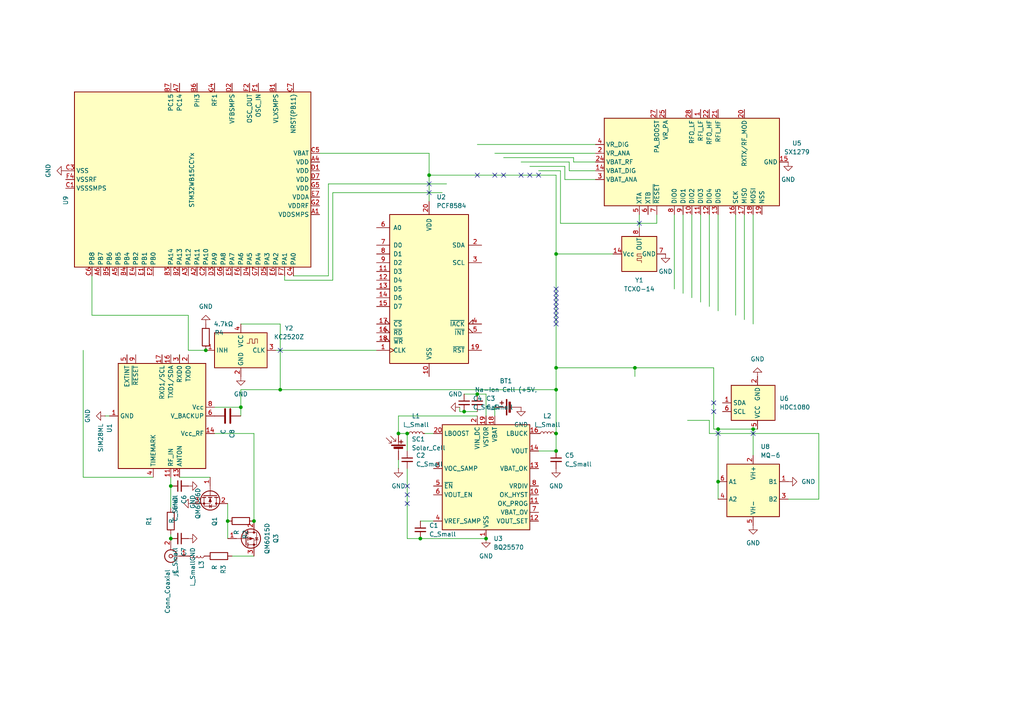
<source format=kicad_sch>
(kicad_sch (version 20250114) (generator "eeschema") (generator_version "9.0")
  (paper "A4")
  (lib_symbols
    (symbol "Battery_Management:BQ25570"
      (property "Reference" "U" (at -12.7 16.51 0))
      (property "Value" "BQ25570" (at 10.16 16.51 0))
      (symbol "BQ25570_0_1"
        (rectangle (start -12.7 15.24) (end 12.7 -15.24) (stroke (width 0.254)) (fill (type background)))
      )
      (symbol "BQ25570_1_1"
        (pin passive line (at -15.24 12.7 0) (length 2.54) (name "LBOOST") (number "20"))
        (pin input line (at -15.24 2.54 0) (length 2.54) (name "VOC_SAMP") (number "3"))
        (pin input line (at -15.24 -2.54 0) (length 2.54) (name "~{EN}") (number "5"))
        (pin input line (at -15.24 -5.08 0) (length 2.54) (name "VOUT_EN") (number "6"))
        (pin passive line (at -15.24 -12.7 0) (length 2.54) (name "VREF_SAMP") (number "4"))
        (pin power_in line (at -2.54 17.78 270) (length 2.54) (name "VIN_DC") (number "2"))
        (pin power_out line (at 0 17.78 270) (length 2.54) (name "VSTOR") (number "19"))
        (pin power_in line (at 0 -17.78 90) (length 2.54) (name "VSS") (number "1"))
        (pin passive line (at 0 -17.78 90) (length 2.54) (hide yes) (name "VSS") (number "15"))
        (pin passive line (at 0 -17.78 90) (length 2.54) (hide yes) (name "VSS") (number "17"))
        (pin passive line (at 0 -17.78 90) (length 2.54) (hide yes) (name "VSS") (number "21"))
        (pin passive line (at 0 -17.78 90) (length 2.54) (hide yes) (name "VSS") (number "9"))
        (pin power_in line (at 2.54 17.78 270) (length 2.54) (name "VBAT") (number "18"))
        (pin passive line (at 15.24 12.7 180) (length 2.54) (name "LBUCK") (number "16"))
        (pin input line (at 15.24 7.62 180) (length 2.54) (name "VOUT") (number "14"))
        (pin output line (at 15.24 2.54 180) (length 2.54) (name "VBAT_OK") (number "13"))
        (pin output line (at 15.24 -2.54 180) (length 2.54) (name "VRDIV") (number "8"))
        (pin input line (at 15.24 -5.08 180) (length 2.54) (name "OK_HYST") (number "10"))
        (pin input line (at 15.24 -7.62 180) (length 2.54) (name "OK_PROG") (number "11"))
        (pin input line (at 15.24 -10.16 180) (length 2.54) (name "VBAT_OV") (number "7"))
        (pin input line (at 15.24 -12.7 180) (length 2.54) (name "VOUT_SET") (number "12"))
      )
    )
    (symbol "Connector:Conn_Coaxial" (pin_names (offset 1.016) (hide yes))
      (property "Reference" "J" (at 0.254 3.048 0))
      (property "Value" "Conn_Coaxial" (at 2.921 0 90))
      (symbol "Conn_Coaxial_0_1"
        (polyline (pts (xy -2.54 0) (xy -0.508 0)))
        (arc (start 1.778 0) (mid 0.222 -1.8079) (end -1.778 -0.508) (stroke (width 0.254)))
        (arc (start -1.778 0.508) (mid 0.2221 1.8084) (end 1.778 0) (stroke (width 0.254)))
        (circle (center 0 0) (radius 0.508) (stroke (width 0.2032)))
        (polyline (pts (xy 0 -2.54) (xy 0 -1.778)))
      )
      (symbol "Conn_Coaxial_1_1"
        (pin passive line (at -5.08 0 0) (length 2.54) (name "In") (number "1"))
        (pin passive line (at 0 -5.08 90) (length 2.54) (name "Ext") (number "2"))
      )
    )
    (symbol "Device:Battery_Cell" (pin_numbers (hide yes)) (pin_names (offset 0) (hide yes))
      (property "Reference" "BT" (at 2.54 2.54 0))
      (property "Value" "Battery_Cell" (at 2.54 0 0))
      (symbol "Battery_Cell_0_1"
        (rectangle (start -2.286 1.778) (end 2.286 1.524) (fill (type outline)))
        (rectangle (start -1.524 1.016) (end 1.524 0.508) (fill (type outline)))
        (polyline (pts (xy 0 1.778) (xy 0 2.54)))
        (polyline (pts (xy 0 0.762) (xy 0 0)))
        (polyline (pts (xy 0.762 3.048) (xy 1.778 3.048)) (stroke (width 0.254)))
        (polyline (pts (xy 1.27 3.556) (xy 1.27 2.54)) (stroke (width 0.254)))
      )
      (symbol "Battery_Cell_1_1"
        (pin passive line (at 0 5.08 270) (length 2.54) (name "+") (number "1"))
        (pin passive line (at 0 -2.54 90) (length 2.54) (name "-") (number "2"))
      )
    )
    (symbol "Device:C" (pin_numbers (hide yes)) (pin_names (offset 0.254))
      (property "Reference" "C" (at 0.635 2.54 0))
      (property "Value" "C" (at 0.635 -2.54 0))
      (symbol "C_0_1"
        (polyline (pts (xy -2.032 0.762) (xy 2.032 0.762)) (stroke (width 0.508)))
        (polyline (pts (xy -2.032 -0.762) (xy 2.032 -0.762)) (stroke (width 0.508)))
      )
      (symbol "C_1_1"
        (pin passive line (at 0 3.81 270) (length 2.794) (name "~") (number "1"))
        (pin passive line (at 0 -3.81 90) (length 2.794) (name "~") (number "2"))
      )
    )
    (symbol "Device:C_Small" (pin_numbers (hide yes)) (pin_names (offset 0.254) (hide yes))
      (property "Reference" "C" (at 0.254 1.778 0))
      (property "Value" "C_Small" (at 0.254 -2.032 0))
      (symbol "C_Small_0_1"
        (polyline (pts (xy -1.524 0.508) (xy 1.524 0.508)) (stroke (width 0.3048)))
        (polyline (pts (xy -1.524 -0.508) (xy 1.524 -0.508)) (stroke (width 0.3302)))
      )
      (symbol "C_Small_1_1"
        (pin passive line (at 0 2.54 270) (length 2.032) (name "~") (number "1"))
        (pin passive line (at 0 -2.54 90) (length 2.032) (name "~") (number "2"))
      )
    )
    (symbol "Device:L_Small" (pin_numbers (hide yes)) (pin_names (offset 0.254) (hide yes))
      (property "Reference" "L" (at 0.762 1.016 0))
      (property "Value" "L_Small" (at 0.762 -1.016 0))
      (symbol "L_Small_0_1"
        (arc (start 0 2.032) (mid 0.5058 1.524) (end 0 1.016))
        (arc (start 0 1.016) (mid 0.5058 0.508) (end 0 0))
        (arc (start 0 0) (mid 0.5058 -0.508) (end 0 -1.016))
        (arc (start 0 -1.016) (mid 0.5058 -1.524) (end 0 -2.032))
      )
      (symbol "L_Small_1_1"
        (pin passive line (at 0 2.54 270) (length 0.508) (name "~") (number "1"))
        (pin passive line (at 0 -2.54 90) (length 0.508) (name "~") (number "2"))
      )
    )
    (symbol "Device:R" (pin_numbers (hide yes)) (pin_names (offset 0))
      (property "Reference" "R" (at 2.032 0 90))
      (property "Value" "R" (at 0 0 90))
      (symbol "R_0_1"
        (rectangle (start -1.016 -2.54) (end 1.016 2.54) (stroke (width 0.254)))
      )
      (symbol "R_1_1"
        (pin passive line (at 0 3.81 270) (length 1.27) (name "~") (number "1"))
        (pin passive line (at 0 -3.81 90) (length 1.27) (name "~") (number "2"))
      )
    )
    (symbol "Device:Solar_Cell" (pin_numbers (hide yes)) (pin_names (offset 0) (hide yes))
      (property "Reference" "SC" (at 2.54 2.54 0))
      (property "Value" "Solar_Cell" (at 2.54 0 0))
      (symbol "Solar_Cell_0_1"
        (polyline (pts (xy -2.032 3.048) (xy -2.032 2.286) (xy -2.794 2.286)))
        (polyline (pts (xy -2.032 2.286) (xy -3.556 3.81)))
        (rectangle (start -2.032 1.778) (end 2.032 1.524) (fill (type outline)))
        (rectangle (start -1.3208 1.1938) (end 1.27 0.6858) (fill (type outline)))
        (polyline (pts (xy -0.762 3.556) (xy -0.762 2.794) (xy -1.524 2.794)))
        (polyline (pts (xy -0.762 2.794) (xy -2.286 4.318)))
        (polyline (pts (xy 0 1.778) (xy 0 2.54)))
        (polyline (pts (xy 0 0.762) (xy 0 0)))
        (polyline (pts (xy 0.254 2.667) (xy 1.27 2.667)) (stroke (width 0.254)))
        (polyline (pts (xy 0.762 3.175) (xy 0.762 2.159)) (stroke (width 0.254)))
      )
      (symbol "Solar_Cell_1_1"
        (pin passive line (at 0 5.08 270) (length 2.54) (name "+") (number "1"))
        (pin passive line (at 0 -2.54 90) (length 2.54) (name "-") (number "2"))
      )
    )
    (symbol "Interface_Expansion:PCF8584" (pin_names (offset 1.016))
      (property "Reference" "U" (at -11.43 22.86 0))
      (property "Value" "PCF8584" (at 3.81 22.86 0))
      (symbol "PCF8584_0_1"
        (rectangle (start -11.43 -21.59) (end 11.43 21.59) (stroke (width 0.254)) (fill (type background)))
      )
      (symbol "PCF8584_1_1"
        (pin input line (at -15.24 17.78 0) (length 3.81) (name "A0") (number "6"))
        (pin tri_state line (at -15.24 12.7 0) (length 3.81) (name "D0") (number "7"))
        (pin tri_state line (at -15.24 10.16 0) (length 3.81) (name "D1") (number "8"))
        (pin tri_state line (at -15.24 7.62 0) (length 3.81) (name "D2") (number "9"))
        (pin tri_state line (at -15.24 5.08 0) (length 3.81) (name "D3") (number "11"))
        (pin tri_state line (at -15.24 2.54 0) (length 3.81) (name "D4") (number "12"))
        (pin tri_state line (at -15.24 0 0) (length 3.81) (name "D5") (number "13"))
        (pin tri_state line (at -15.24 -2.54 0) (length 3.81) (name "D6") (number "14"))
        (pin tri_state line (at -15.24 -5.08 0) (length 3.81) (name "D7") (number "15"))
        (pin input input_low (at -15.24 -10.16 0) (length 3.81) (name "~{CS}") (number "17"))
        (pin passive input_low (at -15.24 -12.7 0) (length 3.81) (name "~{RD}") (number "16"))
        (pin input input_low (at -15.24 -15.24 0) (length 3.81) (name "~{WR}") (number "18"))
        (pin input clock (at -15.24 -17.78 0) (length 3.81) (name "CLK") (number "1"))
        (pin power_in line (at 0 25.4 270) (length 3.81) (name "VDD") (number "20"))
        (pin power_in line (at 0 -25.4 90) (length 3.81) (name "VSS") (number "10"))
        (pin bidirectional line (at 15.24 12.7 180) (length 3.81) (name "SDA") (number "2"))
        (pin bidirectional line (at 15.24 7.62 180) (length 3.81) (name "SCL") (number "3"))
        (pin input input_low (at 15.24 -10.16 180) (length 3.81) (name "~{IACK}") (number "4"))
        (pin output output_low (at 15.24 -12.7 180) (length 3.81) (name "~{INT}") (number "5"))
        (pin bidirectional line (at 15.24 -17.78 180) (length 3.81) (name "~{RST}") (number "19"))
      )
    )
    (symbol "MCU_ST_STM32WB:STM32WB15CCYx"
      (property "Reference" "U" (at -25.4 36.83 0))
      (property "Value" "STM32WB15CCYx" (at 12.7 36.83 0))
      (symbol "STM32WB15CCYx_0_1"
        (rectangle (start -25.4 -33.02) (end 25.4 35.56) (stroke (width 0.254)) (fill (type background)))
      )
      (symbol "STM32WB15CCYx_1_1"
        (pin input line (at -27.94 30.48 0) (length 2.54) (name "NRST(PB11)") (number "C7"))
        (pin power_in line (at -27.94 25.4 0) (length 2.54) (name "VLXSMPS") (number "B1"))
        (pin input line (at -27.94 20.32 0) (length 2.54) (name "OSC_IN") (number "F1"))
        (pin input line (at -27.94 17.78 0) (length 2.54) (name "OSC_OUT") (number "F2"))
        (pin input line (at -27.94 12.7 0) (length 2.54) (name "VFBSMPS") (number "D2"))
        (pin bidirectional line (at -27.94 7.62 0) (length 2.54) (name "RF1") (number "G4"))
        (pin bidirectional line (at -27.94 2.54 0) (length 2.54) (name "PH3") (number "B6"))
        (pin bidirectional line (at -27.94 -2.54 0) (length 2.54) (name "PC14") (number "A7"))
        (pin bidirectional line (at -27.94 -5.08 0) (length 2.54) (name "PC15") (number "B7"))
        (pin no_connect line (at -25.4 -30.48 0) (length 2.54) (hide yes) (name "AT1") (number "F3"))
        (pin no_connect line (at -25.4 -33.02 0) (length 2.54) (hide yes) (name "AT0") (number "E3"))
        (pin power_in line (at -7.62 38.1 270) (length 2.54) (name "VBAT") (number "C5"))
        (pin power_in line (at -5.08 38.1 270) (length 2.54) (name "VDD") (number "A4"))
        (pin power_in line (at -2.54 38.1 270) (length 2.54) (name "VDD") (number "D1"))
        (pin power_in line (at -2.54 -35.56 90) (length 2.54) (name "VSS") (number "C3"))
        (pin passive line (at -2.54 -35.56 90) (length 2.54) (hide yes) (name "VSS") (number "D6"))
        (pin passive line (at -2.54 -35.56 90) (length 2.54) (hide yes) (name "VSS") (number "F5"))
        (pin power_in line (at 0 38.1 270) (length 2.54) (name "VDD") (number "D7"))
        (pin power_in line (at 0 -35.56 90) (length 2.54) (name "VSSRF") (number "F4"))
        (pin passive line (at 0 -35.56 90) (length 2.54) (hide yes) (name "VSSRF") (number "G1"))
        (pin passive line (at 0 -35.56 90) (length 2.54) (hide yes) (name "VSSRF") (number "G3"))
        (pin power_in line (at 2.54 38.1 270) (length 2.54) (name "VDD") (number "G5"))
        (pin power_in line (at 2.54 -35.56 90) (length 2.54) (name "VSSSMPS") (number "C1"))
        (pin power_in line (at 5.08 38.1 270) (length 2.54) (name "VDDA") (number "E7"))
        (pin power_in line (at 7.62 38.1 270) (length 2.54) (name "VDDRF") (number "G2"))
        (pin power_in line (at 10.16 38.1 270) (length 2.54) (name "VDDSMPS") (number "A1"))
        (pin bidirectional line (at 27.94 30.48 180) (length 2.54) (name "PA0") (number "C4"))
        (pin bidirectional line (at 27.94 27.94 180) (length 2.54) (name "PA1") (number "F7"))
        (pin bidirectional line (at 27.94 25.4 180) (length 2.54) (name "PA2") (number "E6"))
        (pin bidirectional line (at 27.94 22.86 180) (length 2.54) (name "PA3") (number "D5"))
        (pin bidirectional line (at 27.94 20.32 180) (length 2.54) (name "PA4") (number "G7"))
        (pin bidirectional line (at 27.94 17.78 180) (length 2.54) (name "PA5") (number "D4"))
        (pin bidirectional line (at 27.94 15.24 180) (length 2.54) (name "PA6") (number "F6"))
        (pin bidirectional line (at 27.94 12.7 180) (length 2.54) (name "PA7") (number "E5"))
        (pin bidirectional line (at 27.94 10.16 180) (length 2.54) (name "PA8") (number "G6"))
        (pin bidirectional line (at 27.94 7.62 180) (length 2.54) (name "PA9") (number "D3"))
        (pin bidirectional line (at 27.94 5.08 180) (length 2.54) (name "PA10") (number "C2"))
        (pin bidirectional line (at 27.94 2.54 180) (length 2.54) (name "PA11") (number "A2"))
        (pin bidirectional line (at 27.94 0 180) (length 2.54) (name "PA12") (number "A3"))
        (pin bidirectional line (at 27.94 -2.54 180) (length 2.54) (name "PA13") (number "B2"))
        (pin bidirectional line (at 27.94 -5.08 180) (length 2.54) (name "PA14") (number "B3"))
        (pin bidirectional line (at 27.94 -10.16 180) (length 2.54) (name "PB0") (number "E2"))
        (pin bidirectional line (at 27.94 -12.7 180) (length 2.54) (name "PB1") (number "E1"))
        (pin bidirectional line (at 27.94 -15.24 180) (length 2.54) (name "PB2") (number "E4"))
        (pin bidirectional line (at 27.94 -17.78 180) (length 2.54) (name "PB4") (number "B4"))
        (pin bidirectional line (at 27.94 -20.32 180) (length 2.54) (name "PB5") (number "A5"))
        (pin bidirectional line (at 27.94 -22.86 180) (length 2.54) (name "PB6") (number "B5"))
        (pin bidirectional line (at 27.94 -25.4 180) (length 2.54) (name "PB7") (number "A6"))
        (pin bidirectional line (at 27.94 -27.94 180) (length 2.54) (name "PB8") (number "C6"))
      )
    )
    (symbol "Oscillator:KC2520Z"
      (property "Reference" "Y" (at 2.54 12.7 0))
      (property "Value" "KC2520Z" (at 6.35 10.16 0))
      (symbol "KC2520Z_0_1"
        (rectangle (start -7.62 5.08) (end 7.62 -5.08) (stroke (width 0.254)) (fill (type background)))
      )
      (symbol "KC2520Z_1_1"
        (polyline (pts (xy 1.778 2.032) (xy 2.54 2.032) (xy 2.54 3.302) (xy 3.302 3.302) (xy 3.302 2.032) (xy 4.064 2.032) (xy 4.064 3.302) (xy 4.826 3.302) (xy 4.826 2.032)))
        (pin input line (at -10.16 0 0) (length 2.54) (name "INH") (number "1"))
        (pin power_in line (at 0 7.62 270) (length 2.54) (name "VCC") (number "4"))
        (pin power_in line (at 0 -7.62 90) (length 2.54) (name "GND") (number "2"))
        (pin output line (at 10.16 0 180) (length 2.54) (name "CLK") (number "3"))
      )
    )
    (symbol "Oscillator:TCXO-14" (pin_names (offset 0.254))
      (property "Reference" "Y" (at -5.08 6.35 0))
      (property "Value" "TCXO-14" (at 1.27 -6.35 0))
      (symbol "TCXO-14_0_1"
        (rectangle (start -5.08 5.08) (end 5.08 -5.08) (stroke (width 0.254)) (fill (type background)))
        (polyline (pts (xy -2.54 -0.635) (xy -1.905 -0.635) (xy -1.905 0.635) (xy -1.27 0.635) (xy -1.27 -0.635) (xy -0.635 -0.635) (xy -0.635 0.635) (xy 0 0.635) (xy 0 -0.635)))
      )
      (symbol "TCXO-14_1_1"
        (pin no_connect line (at -5.08 2.54 0) (length 2.54) (hide yes) (name "NC") (number "1"))
        (pin power_in line (at 0 7.62 270) (length 2.54) (name "Vcc") (number "14"))
        (pin power_in line (at 0 -7.62 90) (length 2.54) (name "GND") (number "7"))
        (pin output line (at 7.62 0 180) (length 2.54) (name "OUT") (number "8"))
      )
    )
    (symbol "RF:SX1279"
      (property "Reference" "U" (at 13.97 24.13 0))
      (property "Value" "SX1279" (at 13.97 21.59 0))
      (symbol "SX1279_0_1"
        (rectangle (start -12.7 25.4) (end 12.7 -25.4) (stroke (width 0.254)) (fill (type background)))
      )
      (symbol "SX1279_1_1"
        (pin bidirectional line (at -15.24 15.24 0) (length 2.54) (name "XTA") (number "5"))
        (pin bidirectional line (at -15.24 12.7 0) (length 2.54) (name "XTB") (number "6"))
        (pin input line (at -15.24 10.16 0) (length 2.54) (name "~{RESET}") (number "7"))
        (pin bidirectional line (at -15.24 5.08 0) (length 2.54) (name "DIO0") (number "8"))
        (pin bidirectional line (at -15.24 2.54 0) (length 2.54) (name "DIO1") (number "9"))
        (pin bidirectional line (at -15.24 0 0) (length 2.54) (name "DIO2") (number "10"))
        (pin bidirectional line (at -15.24 -2.54 0) (length 2.54) (name "DIO3") (number "11"))
        (pin bidirectional line (at -15.24 -5.08 0) (length 2.54) (name "DIO4") (number "12"))
        (pin bidirectional line (at -15.24 -7.62 0) (length 2.54) (name "DIO5") (number "13"))
        (pin input line (at -15.24 -12.7 0) (length 2.54) (name "SCK") (number "16"))
        (pin output line (at -15.24 -15.24 0) (length 2.54) (name "MISO") (number "17"))
        (pin input line (at -15.24 -17.78 0) (length 2.54) (name "MOSI") (number "18"))
        (pin input line (at -15.24 -20.32 0) (length 2.54) (name "NSS") (number "19"))
        (pin power_in line (at -5.08 27.94 270) (length 2.54) (name "VBAT_ANA") (number "3"))
        (pin power_in line (at -2.54 27.94 270) (length 2.54) (name "VBAT_DIG") (number "14"))
        (pin power_in line (at 0 27.94 270) (length 2.54) (name "VBAT_RF") (number "24"))
        (pin power_in line (at 0 -27.94 90) (length 2.54) (name "GND") (number "15"))
        (pin passive line (at 0 -27.94 90) (length 2.54) (hide yes) (name "GND") (number "23"))
        (pin passive line (at 0 -27.94 90) (length 2.54) (hide yes) (name "GND") (number "26"))
        (pin passive line (at 0 -27.94 90) (length 2.54) (hide yes) (name "GND") (number "29"))
        (pin power_in line (at 2.54 27.94 270) (length 2.54) (name "VR_ANA") (number "2"))
        (pin power_in line (at 5.08 27.94 270) (length 2.54) (name "VR_DIG") (number "4"))
        (pin power_out line (at 15.24 10.16 180) (length 2.54) (name "PA_BOOST") (number "27"))
        (pin power_out line (at 15.24 7.62 180) (length 2.54) (name "VR_PA") (number "25"))
        (pin output line (at 15.24 0 180) (length 2.54) (name "RFO_LF") (number "28"))
        (pin input line (at 15.24 -2.54 180) (length 2.54) (name "RFI_LF") (number "1"))
        (pin output line (at 15.24 -5.08 180) (length 2.54) (name "RFO_HF") (number "22"))
        (pin input line (at 15.24 -7.62 180) (length 2.54) (name "RFI_HF") (number "21"))
        (pin output line (at 15.24 -15.24 180) (length 2.54) (name "RXTX/RF_MOD") (number "20"))
      )
    )
    (symbol "RF_GPS:SIM28ML"
      (property "Reference" "U" (at -13.97 13.97 0))
      (property "Value" "SIM28ML" (at 11.43 13.97 0))
      (symbol "SIM28ML_0_1"
        (rectangle (start -15.24 12.7) (end 15.24 -12.7) (stroke (width 0.254)) (fill (type background)))
      )
      (symbol "SIM28ML_1_1"
        (pin output line (at -17.78 7.62 0) (length 2.54) (name "TXD0") (number "2"))
        (pin input line (at -17.78 5.08 0) (length 2.54) (name "RXD0") (number "3"))
        (pin bidirectional line (at -17.78 2.54 0) (length 2.54) (name "TXD1/SDA") (number "16"))
        (pin input line (at -17.78 0 0) (length 2.54) (name "RXD1/SCL") (number "17"))
        (pin input line (at -17.78 -7.62 0) (length 2.54) (name "~{RESET}") (number "9"))
        (pin input line (at -17.78 -10.16 0) (length 2.54) (name "EXTINT") (number "5"))
        (pin power_in line (at -2.54 15.24 270) (length 2.54) (name "Vcc") (number "8"))
        (pin power_in line (at 0 15.24 270) (length 2.54) (name "V_BACKUP") (number "6"))
        (pin power_in line (at 0 -15.24 90) (length 2.54) (name "GND") (number "1"))
        (pin passive line (at 0 -15.24 90) (length 2.54) (hide yes) (name "GND") (number "10"))
        (pin passive line (at 0 -15.24 90) (length 2.54) (hide yes) (name "GND") (number "12"))
        (pin power_out line (at 5.08 15.24 270) (length 2.54) (name "Vcc_RF") (number "14"))
        (pin no_connect line (at 15.24 -5.08 180) (length 2.54) (hide yes) (name "NC") (number "7"))
        (pin no_connect line (at 15.24 -7.62 180) (length 2.54) (hide yes) (name "NC") (number "15"))
        (pin no_connect line (at 15.24 -10.16 180) (length 2.54) (hide yes) (name "NC") (number "18"))
        (pin power_out line (at 17.78 5.08 180) (length 2.54) (name "ANTON") (number "13"))
        (pin input line (at 17.78 2.54 180) (length 2.54) (name "RF_IN") (number "11"))
        (pin output line (at 17.78 -2.54 180) (length 2.54) (name "TIMEMARK") (number "4"))
      )
    )
    (symbol "Sensor_Gas:MQ-6"
      (property "Reference" "U" (at -6.35 8.89 0))
      (property "Value" "MQ-6" (at 3.81 8.89 0))
      (symbol "MQ-6_0_1"
        (rectangle (start -7.62 7.62) (end 7.62 -7.62) (stroke (width 0.254)) (fill (type background)))
      )
      (symbol "MQ-6_1_1"
        (pin passive line (at -10.16 2.54 0) (length 2.54) (name "A1") (number "6"))
        (pin passive line (at -10.16 -2.54 0) (length 2.54) (name "A2") (number "4"))
        (pin power_in line (at 0 10.16 270) (length 2.54) (name "VH+") (number "2"))
        (pin power_in line (at 0 -10.16 90) (length 2.54) (name "VH-") (number "5"))
        (pin passive line (at 10.16 2.54 180) (length 2.54) (name "B1") (number "1"))
        (pin passive line (at 10.16 -2.54 180) (length 2.54) (name "B2") (number "3"))
      )
    )
    (symbol "Sensor_Humidity:HDC1080"
      (property "Reference" "U" (at -6.35 6.35 0))
      (property "Value" "HDC1080" (at 3.81 6.35 0))
      (symbol "HDC1080_0_1"
        (rectangle (start -7.62 5.08) (end 5.08 -5.08) (stroke (width 0.254)) (fill (type background)))
      )
      (symbol "HDC1080_1_1"
        (pin no_connect line (at -7.62 2.54 0) (length 2.54) (hide yes) (name "DAP") (number "7"))
        (pin no_connect line (at -7.62 0 0) (length 2.54) (hide yes) (name "NC") (number "3"))
        (pin no_connect line (at -7.62 -2.54 0) (length 2.54) (hide yes) (name "NC") (number "4"))
        (pin power_in line (at -2.54 7.62 270) (length 2.54) (name "VCC") (number "5"))
        (pin power_in line (at -2.54 -7.62 90) (length 2.54) (name "GND") (number "2"))
        (pin input line (at 7.62 2.54 180) (length 2.54) (name "SCL") (number "6"))
        (pin bidirectional line (at 7.62 0 180) (length 2.54) (name "SDA") (number "1"))
      )
    )
    (symbol "Transistor_FET:QM6006D" (pin_names (hide yes))
      (property "Reference" "Q" (at 5.08 1.905 0))
      (property "Value" "QM6006D" (at 5.08 0 0))
      (symbol "QM6006D_0_1"
        (polyline (pts (xy 0.254 1.905) (xy 0.254 -1.905)) (stroke (width 0.254)))
        (polyline (pts (xy 0.254 0) (xy -2.54 0)))
        (polyline (pts (xy 0.762 2.286) (xy 0.762 1.27)) (stroke (width 0.254)))
        (polyline (pts (xy 0.762 0.508) (xy 0.762 -0.508)) (stroke (width 0.254)))
        (polyline (pts (xy 0.762 -1.27) (xy 0.762 -2.286)) (stroke (width 0.254)))
        (polyline (pts (xy 0.762 -1.778) (xy 3.302 -1.778) (xy 3.302 1.778) (xy 0.762 1.778)))
        (polyline (pts (xy 1.016 0) (xy 2.032 0.381) (xy 2.032 -0.381) (xy 1.016 0)) (fill (type outline)))
        (circle (center 1.651 0) (radius 2.794) (stroke (width 0.254)))
        (polyline (pts (xy 2.54 2.54) (xy 2.54 1.778)))
        (circle (center 2.54 1.778) (radius 0.254) (fill (type outline)))
        (circle (center 2.54 -1.778) (radius 0.254) (fill (type outline)))
        (polyline (pts (xy 2.54 -2.54) (xy 2.54 0) (xy 0.762 0)))
        (polyline (pts (xy 2.794 0.508) (xy 2.921 0.381) (xy 3.683 0.381) (xy 3.81 0.254)))
        (polyline (pts (xy 3.302 0.381) (xy 2.921 -0.254) (xy 3.683 -0.254) (xy 3.302 0.381)))
      )
      (symbol "QM6006D_1_1"
        (pin input line (at -5.08 0 0) (length 2.54) (name "G") (number "1"))
        (pin passive line (at 2.54 5.08 270) (length 2.54) (name "D") (number "2"))
        (pin passive line (at 2.54 -5.08 90) (length 2.54) (name "S") (number "3"))
      )
    )
    (symbol "Transistor_FET:QM6015D" (pin_names (hide yes))
      (property "Reference" "Q" (at 5.08 1.905 0))
      (property "Value" "QM6015D" (at 5.08 0 0))
      (symbol "QM6015D_0_1"
        (polyline (pts (xy 0.254 1.905) (xy 0.254 -1.905)) (stroke (width 0.254)))
        (polyline (pts (xy 0.254 0) (xy -2.54 0)))
        (polyline (pts (xy 0.762 2.286) (xy 0.762 1.27)) (stroke (width 0.254)))
        (polyline (pts (xy 0.762 1.778) (xy 3.302 1.778) (xy 3.302 -1.778) (xy 0.762 -1.778)))
        (polyline (pts (xy 0.762 0.508) (xy 0.762 -0.508)) (stroke (width 0.254)))
        (polyline (pts (xy 0.762 -1.27) (xy 0.762 -2.286)) (stroke (width 0.254)))
        (circle (center 1.651 0) (radius 2.794) (stroke (width 0.254)))
        (polyline (pts (xy 2.286 0) (xy 1.27 0.381) (xy 1.27 -0.381) (xy 2.286 0)) (fill (type outline)))
        (polyline (pts (xy 2.54 2.54) (xy 2.54 1.778)))
        (circle (center 2.54 1.778) (radius 0.254) (fill (type outline)))
        (circle (center 2.54 -1.778) (radius 0.254) (fill (type outline)))
        (polyline (pts (xy 2.54 -2.54) (xy 2.54 0) (xy 0.762 0)))
        (polyline (pts (xy 2.794 -0.508) (xy 2.921 -0.381) (xy 3.683 -0.381) (xy 3.81 -0.254)))
        (polyline (pts (xy 3.302 -0.381) (xy 2.921 0.254) (xy 3.683 0.254) (xy 3.302 -0.381)))
      )
      (symbol "QM6015D_1_1"
        (pin passive line (at -5.08 0 0) (length 2.54) (name "G") (number "1"))
        (pin passive line (at 2.54 5.08 270) (length 2.54) (name "D") (number "2"))
        (pin passive line (at 2.54 -5.08 90) (length 2.54) (name "S") (number "3"))
      )
    )
    (symbol "power:GND" (power) (pin_numbers (hide yes)) (pin_names (offset 0) (hide yes))
      (property "Value" "GND" (at 0 -3.81 0))
      (symbol "GND_0_1"
        (polyline (pts (xy 0 0) (xy 0 -1.27) (xy 1.27 -1.27) (xy 0 -2.54) (xy -1.27 -1.27) (xy 0 -1.27)))
      )
      (symbol "GND_1_1"
        (pin power_in line (at 0 0 270) (length 0) (name "~") (number "1"))
      )
    )
  )
  (junction (at 161.29 113.03))
  (junction (at 59.69 101.6))
  (junction (at 81.28 113.03))
  (junction (at 115.57 125.73))
  (junction (at 49.53 156.21))
  (junction (at 208.28 139.7))
  (junction (at 73.66 151.13))
  (junction (at 134.62 119.38))
  (junction (at 66.04 151.13))
  (junction (at 208.28 124.46))
  (junction (at 124.46 50.8))
  (junction (at 218.44 124.46))
  (junction (at 121.92 156.21))
  (junction (at 161.29 125.73))
  (junction (at 161.29 106.68))
  (junction (at 161.29 73.66))
  (junction (at 69.85 118.11))
  (junction (at 184.15 106.68))
  (junction (at 118.11 125.73))
  (junction (at 161.29 130.81))
  (junction (at 49.53 140.97))
  (junction (at 140.97 156.21))
  (junction (at 138.43 114.3))
  (no_connect (at 118.11 140.97))
  (no_connect (at 151.13 50.8))
  (no_connect (at 161.29 90.17))
  (no_connect (at 161.29 92.71))
  (no_connect (at 207.01 116.84))
  (no_connect (at 207.01 119.38))
  (no_connect (at 118.11 146.05))
  (no_connect (at 81.28 101.6))
  (no_connect (at 161.29 83.82))
  (no_connect (at 138.43 50.8))
  (no_connect (at 161.29 91.44))
  (no_connect (at 124.46 55.88))
  (no_connect (at 161.29 93.98))
  (no_connect (at 156.21 50.8))
  (no_connect (at 161.29 86.36))
  (no_connect (at 185.42 64.77))
  (no_connect (at 118.11 143.51))
  (no_connect (at 161.29 85.09))
  (no_connect (at 161.29 87.63))
  (no_connect (at 143.51 50.8))
  (no_connect (at 153.67 50.8))
  (no_connect (at 124.46 53.34))
  (no_connect (at 146.05 50.8))
  (no_connect (at 208.28 125.73))
  (no_connect (at 161.29 88.9))
  (no_connect (at 218.44 125.73))
  (wire (pts (xy 82.55 81.28) (xy 82.55 80.01)))
  (wire (pts (xy 124.46 44.45) (xy 92.71 44.45)))
  (wire (pts (xy 66.04 151.13) (xy 66.04 156.21)))
  (wire (pts (xy 161.29 73.66) (xy 161.29 106.68)))
  (wire (pts (xy 156.21 49.53) (xy 162.56 49.53)))
  (wire (pts (xy 138.43 41.91) (xy 172.72 41.91)))
  (wire (pts (xy 165.1 46.99) (xy 165.1 49.53)))
  (wire (pts (xy 208.28 90.17) (xy 208.28 62.23)))
  (wire (pts (xy 49.53 138.43) (xy 49.53 140.97)))
  (wire (pts (xy 24.13 138.43) (xy 24.13 101.6)))
  (wire (pts (xy 208.28 124.46) (xy 207.01 124.46)))
  (wire (pts (xy 190.5 64.77) (xy 190.5 62.23)))
  (wire (pts (xy 69.85 113.03) (xy 81.28 113.03)))
  (wire (pts (xy 205.74 88.9) (xy 205.74 62.23)))
  (wire (pts (xy 121.92 156.21) (xy 140.97 156.21)))
  (wire (pts (xy 115.57 125.73) (xy 115.57 120.65)))
  (wire (pts (xy 118.11 135.89) (xy 118.11 156.21)))
  (wire (pts (xy 96.52 81.28) (xy 82.55 81.28)))
  (wire (pts (xy 200.66 86.36) (xy 200.66 62.23)))
  (wire (pts (xy 115.57 125.73) (xy 118.11 125.73)))
  (wire (pts (xy 60.96 138.43) (xy 52.07 138.43)))
  (wire (pts (xy 161.29 50.8) (xy 161.29 73.66)))
  (wire (pts (xy 184.15 106.68) (xy 207.01 106.68)))
  (wire (pts (xy 162.56 64.77) (xy 190.5 64.77)))
  (wire (pts (xy 62.23 125.73) (xy 73.66 125.73)))
  (wire (pts (xy 215.9 92.71) (xy 215.9 62.23)))
  (wire (pts (xy 49.53 104.14) (xy 49.53 102.87)))
  (wire (pts (xy 128.27 55.88) (xy 96.52 55.88)))
  (wire (pts (xy 80.01 101.6) (xy 109.22 101.6)))
  (wire (pts (xy 143.51 118.11) (xy 143.51 120.65)))
  (wire (pts (xy 118.11 125.73) (xy 118.11 130.81)))
  (wire (pts (xy 134.62 114.3) (xy 138.43 114.3)))
  (wire (pts (xy 161.29 130.81) (xy 161.29 125.73)))
  (wire (pts (xy 205.74 125.73) (xy 205.74 121.92)))
  (wire (pts (xy 161.29 106.68) (xy 184.15 106.68)))
  (wire (pts (xy 133.35 119.38) (xy 134.62 119.38)))
  (wire (pts (xy 134.62 119.38) (xy 138.43 119.38)))
  (wire (pts (xy 69.85 118.11) (xy 69.85 113.03)))
  (wire (pts (xy 161.29 113.03) (xy 161.29 125.73)))
  (wire (pts (xy 237.49 144.78) (xy 237.49 125.73)))
  (wire (pts (xy 213.36 91.44) (xy 213.36 62.23)))
  (wire (pts (xy 73.66 125.73) (xy 73.66 151.13)))
  (wire (pts (xy 52.07 104.14) (xy 52.07 102.87)))
  (wire (pts (xy 31.75 120.65) (xy 30.48 120.65)))
  (wire (pts (xy 218.44 124.46) (xy 218.44 132.08)))
  (wire (pts (xy 143.51 44.45) (xy 172.72 44.45)))
  (wire (pts (xy 228.6 144.78) (xy 237.49 144.78)))
  (wire (pts (xy 66.04 146.05) (xy 66.04 151.13)))
  (wire (pts (xy 153.67 48.26) (xy 163.83 48.26)))
  (wire (pts (xy 166.37 45.72) (xy 166.37 46.99)))
  (wire (pts (xy 49.53 154.94) (xy 49.53 156.21)))
  (wire (pts (xy 138.43 114.3) (xy 140.97 114.3)))
  (wire (pts (xy 124.46 58.42) (xy 124.46 50.8)))
  (wire (pts (xy 156.21 130.81) (xy 161.29 130.81)))
  (wire (pts (xy 115.57 120.65) (xy 138.43 120.65)))
  (wire (pts (xy 69.85 118.11) (xy 69.85 120.65)))
  (wire (pts (xy 26.67 91.44) (xy 54.61 91.44)))
  (wire (pts (xy 118.11 156.21) (xy 121.92 156.21)))
  (wire (pts (xy 184.15 109.22) (xy 184.15 106.68)))
  (wire (pts (xy 129.54 53.34) (xy 95.25 53.34)))
  (wire (pts (xy 165.1 49.53) (xy 172.72 49.53)))
  (wire (pts (xy 185.42 66.04) (xy 185.42 62.23)))
  (wire (pts (xy 95.25 53.34) (xy 95.25 80.01)))
  (wire (pts (xy 121.92 151.13) (xy 125.73 151.13)))
  (wire (pts (xy 205.74 121.92) (xy 199.39 121.92)))
  (wire (pts (xy 95.25 80.01) (xy 85.09 80.01)))
  (wire (pts (xy 163.83 48.26) (xy 163.83 52.07)))
  (wire (pts (xy 161.29 106.68) (xy 161.29 113.03)))
  (wire (pts (xy 195.58 83.82) (xy 195.58 62.23)))
  (wire (pts (xy 133.35 118.11) (xy 133.35 119.38)))
  (wire (pts (xy 162.56 49.53) (xy 162.56 64.77)))
  (wire (pts (xy 26.67 91.44) (xy 26.67 80.01)))
  (wire (pts (xy 49.53 140.97) (xy 49.53 147.32)))
  (wire (pts (xy 54.61 101.6) (xy 59.69 101.6)))
  (wire (pts (xy 69.85 118.11) (xy 62.23 118.11)))
  (wire (pts (xy 146.05 45.72) (xy 166.37 45.72)))
  (wire (pts (xy 208.28 124.46) (xy 208.28 139.7)))
  (wire (pts (xy 81.28 93.98) (xy 81.28 113.03)))
  (wire (pts (xy 69.85 93.98) (xy 81.28 93.98)))
  (wire (pts (xy 219.71 124.46) (xy 218.44 124.46)))
  (wire (pts (xy 166.37 46.99) (xy 172.72 46.99)))
  (wire (pts (xy 218.44 124.46) (xy 208.28 124.46)))
  (wire (pts (xy 161.29 73.66) (xy 177.8 73.66)))
  (wire (pts (xy 96.52 55.88) (xy 96.52 81.28)))
  (wire (pts (xy 44.45 138.43) (xy 24.13 138.43)))
  (wire (pts (xy 198.12 85.09) (xy 198.12 62.23)))
  (wire (pts (xy 73.66 161.29) (xy 67.31 161.29)))
  (wire (pts (xy 54.61 91.44) (xy 54.61 101.6)))
  (wire (pts (xy 151.13 46.99) (xy 165.1 46.99)))
  (wire (pts (xy 203.2 87.63) (xy 203.2 62.23)))
  (wire (pts (xy 140.97 114.3) (xy 140.97 120.65)))
  (wire (pts (xy 81.28 113.03) (xy 161.29 113.03)))
  (wire (pts (xy 124.46 50.8) (xy 161.29 50.8)))
  (wire (pts (xy 115.57 133.35) (xy 115.57 135.89)))
  (wire (pts (xy 218.44 93.98) (xy 218.44 62.23)))
  (wire (pts (xy 207.01 106.68) (xy 207.01 124.46)))
  (wire (pts (xy 124.46 44.45) (xy 124.46 50.8)))
  (wire (pts (xy 163.83 52.07) (xy 172.72 52.07)))
  (wire (pts (xy 237.49 125.73) (xy 205.74 125.73)))
  (wire (pts (xy 208.28 139.7) (xy 208.28 144.78)))
  (wire (pts (xy 123.19 125.73) (xy 125.73 125.73)))
  (symbol (lib_id "RF_GPS:SIM28ML") (at 46.99 120.65 270) (unit 1)
    (property "Reference" "U1" (at 31.75 122.7933 0) (effects (justify left)))
    (property "Value" "SIM28ML" (at 29.21 122.7933 0) (effects (justify left)))
    (property "Footprint" "RF_GPS:SIM28ML" (effects (hide yes)))
    (property "Datasheet" "https://simcom.ee/documents/SIM28ML/SIM28ML_Hardware%20Design_V1.01.pdf" (effects (hide yes)))
    (property "Description" "Standalone GPS/A-GPS receiver module, built-in LNA, -165dBm sensitivity, 2.8-4.3V, SMD" (effects (hide yes)))
  )
  (symbol (lib_id "power:GND") (at 140.97 156.21 0) (unit 1)
    (property "Reference" "#PWR04" (effects (hide yes)))
    (property "Value" "GND" (at 140.97 161.29 0))
    (property "Description" "Power symbol creates a global label with name \"GND\" , ground" (effects (hide yes)))
  )
  (symbol (lib_id "RF:SX1279") (at 200.66 46.99 90) (unit 1)
    (property "Reference" "U5" (at 231.14 41.5446 90))
    (property "Value" "SX1279" (at 231.14 44.0846 90))
    (property "Footprint" "Package_DFN_QFN:QFN-28-1EP_6x6mm_P0.65mm_EP4.8x4.8mm" (effects (hide yes)))
    (property "Datasheet" "https://semtech.my.salesforce.com/sfc/p/#E0000000JelG/a/2R0000001Rbr/6EfVZUorrpoKFfvaF_Fkpgp5kzjiNyiAbqcpqh9qSjE" (effects (hide yes)))
    (property "Description" "137 MHz to 960 MHz Low Power Long Range Transceiver, spreading factor from 6 to 12, LoRA, QFN-28" (effects (hide yes)))
  )
  (symbol (lib_id "Device:C") (at 66.04 120.65 270) (unit 1)
    (property "Reference" "C8" (at 67.3101 124.46 0) (effects (justify left)))
    (property "Value" "C" (at 64.7701 124.46 0) (effects (justify left)))
    (property "Description" "Unpolarized capacitor" (effects (hide yes)))
  )
  (symbol (lib_id "Connector:Conn_Coaxial") (at 49.53 161.29 180) (unit 1)
    (property "Reference" "J1" (at 51.1176 165.1 90) (effects (justify left)))
    (property "Value" "Conn_Coaxial" (at 48.5776 165.1 90) (effects (justify left)))
    (property "Footprint" "Connector_Coaxial:U.FL_Molex_MCRF_73412-0110_Vertical" (effects (hide yes)))
    (property "Description" "coaxial connector (BNC, SMA, SMB, SMC, Cinch/RCA, LEMO, ...)" (effects (hide yes)))
  )
  (symbol (lib_id "Device:L_Small") (at 57.15 161.29 270) (unit 1)
    (property "Reference" "L3" (at 58.4201 162.56 0) (effects (justify left)))
    (property "Value" "L_Small" (at 55.8801 162.56 0) (effects (justify left)))
    (property "Description" "Inductor, small symbol" (effects (hide yes)))
  )
  (symbol (lib_id "Device:R") (at 63.5 161.29 90) (unit 1)
    (property "Reference" "R3" (at 64.7701 163.83 0) (effects (justify right)))
    (property "Value" "R" (at 62.2301 163.83 0) (effects (justify right)))
    (property "Description" "Resistor" (effects (hide yes)))
  )
  (symbol (lib_id "power:GND") (at 69.85 109.22 0) (unit 1)
    (property "Reference" "#PWR015" (effects (hide yes)))
    (property "Value" "GND" (at 69.85 114.3 0))
    (property "Description" "Power symbol creates a global label with name \"GND\" , ground" (effects (hide yes)))
  )
  (symbol (lib_id "Sensor_Humidity:HDC1080") (at 217.17 116.84 180) (unit 1)
    (property "Reference" "U6" (at 226.06 115.5699 0) (effects (justify right)))
    (property "Value" "HDC1080" (at 226.06 118.1099 0) (effects (justify right)))
    (property "Footprint" "Package_SON:Texas_PWSON-N6" (effects (hide yes)))
    (property "Datasheet" "http://www.ti.com/lit/ds/symlink/hdc1080.pdf" (effects (hide yes)))
    (property "Description" "Low Power,High Accuracy Digital Humidity Sensor with Temperature Sensor" (effects (hide yes)))
  )
  (symbol (lib_id "power:GND") (at 193.04 73.66 0) (unit 1)
    (property "Reference" "#PWR014" (effects (hide yes)))
    (property "Value" "GND" (at 193.04 78.74 0))
    (property "Description" "Power symbol creates a global label with name \"GND\" , ground" (effects (hide yes)))
  )
  (symbol (lib_id "Device:C_Small") (at 52.07 140.97 90) (unit 1)
    (property "Reference" "C6" (at 53.3465 143.51 0) (effects (justify right)))
    (property "Value" "C_Small" (at 50.8065 143.51 0) (effects (justify right)))
    (property "Description" "Unpolarized capacitor, small symbol" (effects (hide yes)))
  )
  (symbol (lib_id "Device:C_Small") (at 118.11 133.35 0) (unit 1)
    (property "Reference" "C2" (at 120.65 132.0862 0) (effects (justify left)))
    (property "Value" "C_Small" (at 120.65 134.6262 0) (effects (justify left)))
    (property "Description" "Unpolarized capacitor, small symbol" (effects (hide yes)))
  )
  (symbol (lib_id "Transistor_FET:QM6015D") (at 71.12 156.21 0) (unit 1)
    (property "Reference" "Q3" (at 80.01 156.21 90))
    (property "Value" "QM6015D" (at 77.47 156.21 90))
    (property "Footprint" "Package_TO_SOT_SMD:TO-252-2" (effects (hide yes)))
    (property "Datasheet" "http://www.jaolen.com/images/pdf/QM6015D.pdf" (effects (hide yes)))
    (property "Description" "-35A Id, -60V Vds, P-Channel Power MOSFET, 25mOhm Ron, 25.0nC Qg (typ), TO252" (effects (hide yes)))
  )
  (symbol (lib_id "power:GND") (at 133.35 118.11 270) (unit 1)
    (property "Reference" "#PWR05" (effects (hide yes)))
    (property "Value" "GND" (at 132.08 114.3 90))
    (property "Description" "Power symbol creates a global label with name \"GND\" , ground" (effects (hide yes)))
  )
  (symbol (lib_id "Device:C_Small") (at 121.92 153.67 0) (unit 1)
    (property "Reference" "C1" (at 124.46 152.4062 0) (effects (justify left)))
    (property "Value" "C_Small" (at 124.46 154.9462 0) (effects (justify left)))
    (property "Description" "Unpolarized capacitor, small symbol" (effects (hide yes)))
  )
  (symbol (lib_id "power:GND") (at 59.69 93.98 180) (unit 1)
    (property "Reference" "#PWR018" (effects (hide yes)))
    (property "Value" "GND" (at 59.69 88.9 0))
    (property "Description" "Power symbol creates a global label with name \"GND\" , ground" (effects (hide yes)))
  )
  (symbol (lib_id "power:GND") (at 228.6 46.99 0) (unit 1)
    (property "Reference" "#PWR07" (effects (hide yes)))
    (property "Value" "GND" (at 228.6 52.07 0))
    (property "Description" "Power symbol creates a global label with name \"GND\" , ground" (effects (hide yes)))
  )
  (symbol (lib_id "Device:C_Small") (at 134.62 116.84 0) (unit 1)
    (property "Reference" "C4" (at 137.16 115.5762 0) (effects (justify left)))
    (property "Value" "C_Small" (at 137.16 118.1162 0) (effects (justify left)))
    (property "Description" "Unpolarized capacitor, small symbol" (effects (hide yes)))
  )
  (symbol (lib_id "Oscillator:TCXO-14") (at 185.42 73.66 90) (unit 1)
    (property "Reference" "Y1" (at 185.42 81.28 90))
    (property "Value" "TCXO-14" (at 185.42 83.82 90))
    (property "Footprint" "Oscillator:Oscillator_DIP-14" (effects (hide yes)))
    (property "Datasheet" "http://www.golledge.com/pdf/products/tcxos/gtxos14.pdf" (effects (hide yes)))
    (property "Description" "Temperature Compensated Crystal Clock Oscillator, DIP14-style metal package" (effects (hide yes)))
  )
  (symbol (lib_id "Device:R") (at 69.85 151.13 90) (unit 1)
    (property "Reference" "R2" (at 71.1201 153.67 0) (effects (justify right)))
    (property "Value" "R" (at 68.5801 153.67 0) (effects (justify right)))
    (property "Description" "Resistor" (effects (hide yes)))
  )
  (symbol (lib_id "Device:C_Small") (at 52.07 156.21 270) (unit 1)
    (property "Reference" "C7" (at 53.3338 158.75 0) (effects (justify left)))
    (property "Value" "C_Small" (at 50.7938 158.75 0) (effects (justify left)))
    (property "Description" "Unpolarized capacitor, small symbol" (effects (hide yes)))
  )
  (symbol (lib_id "Oscillator:KC2520Z") (at 69.85 101.6 0) (unit 1)
    (property "Reference" "Y2" (at 83.82 95.1798 0))
    (property "Value" "KC2520Z" (at 83.82 97.7198 0))
    (property "Footprint" "Oscillator:Oscillator_SMD_Kyocera_KC2520Z-4Pin_2.5x2.0mm" (effects (hide yes)))
    (property "Datasheet" "https://global.kyocera.com/prdct/electro/product/pdf/clock_z_xz_e.pdf" (effects (hide yes)))
    (property "Description" "1.8432MHz ~ 125MHz Crystal Oscillator" (effects (hide yes)))
  )
  (symbol (lib_id "Device:C_Small") (at 138.43 116.84 0) (unit 1)
    (property "Reference" "C3" (at 140.97 115.5762 0) (effects (justify left)))
    (property "Value" "C_Small" (at 140.97 118.1162 0) (effects (justify left)))
    (property "Description" "Unpolarized capacitor, small symbol" (effects (hide yes)))
  )
  (symbol (lib_id "power:GND") (at 30.48 120.65 270) (unit 1)
    (property "Reference" "#PWR010" (effects (hide yes)))
    (property "Value" "GND" (at 25.4 120.65 0))
    (property "Description" "Power symbol creates a global label with name \"GND\" , ground" (effects (hide yes)))
  )
  (symbol (lib_id "Device:C_Small") (at 161.29 133.35 0) (unit 1)
    (property "Reference" "C5" (at 163.83 132.0862 0) (effects (justify left)))
    (property "Value" "C_Small" (at 163.83 134.6262 0) (effects (justify left)))
    (property "Description" "Unpolarized capacitor, small symbol" (effects (hide yes)))
  )
  (symbol (lib_id "power:GND") (at 219.71 109.22 180) (unit 1)
    (property "Reference" "#PWR011" (effects (hide yes)))
    (property "Value" "GND" (at 219.71 104.14 0))
    (property "Description" "Power symbol creates a global label with name \"GND\" , ground" (effects (hide yes)))
  )
  (symbol (lib_id "power:GND") (at 115.57 135.89 0) (unit 1)
    (property "Reference" "#PWR03" (effects (hide yes)))
    (property "Value" "GND" (at 115.57 140.97 0))
    (property "Description" "Power symbol creates a global label with name \"GND\" , ground" (effects (hide yes)))
  )
  (symbol (lib_id "Device:Solar_Cell") (at 115.57 130.81 0) (unit 1)
    (property "Reference" "SC1" (at 119.38 127.3809 0) (effects (justify left)))
    (property "Value" "Solar_Cell" (at 119.38 129.9209 0) (effects (justify left)))
    (property "Description" "Single solar cell" (effects (hide yes)))
  )
  (symbol (lib_id "Interface_Expansion:PCF8584") (at 124.46 83.82 0) (unit 1)
    (property "Reference" "U2" (at 126.6033 57.15 0) (effects (justify left)))
    (property "Value" "PCF8584" (at 126.6033 59.69 0) (effects (justify left)))
    (property "Datasheet" "http://www.nxp.com/docs/en/data-sheet/PCF8584.pdf" (effects (hide yes)))
    (property "Description" "I2C Bus Controller, DIP/SOIC-20" (effects (hide yes)))
  )
  (symbol (lib_id "power:GND") (at 228.6 139.7 90) (unit 1)
    (property "Reference" "#PWR017" (effects (hide yes)))
    (property "Value" "GND" (at 232.41 139.6999 90) (effects (justify right)))
    (property "Description" "Power symbol creates a global label with name \"GND\" , ground" (effects (hide yes)))
  )
  (symbol (lib_id "power:GND") (at 161.29 135.89 0) (unit 1)
    (property "Reference" "#PWR06" (effects (hide yes)))
    (property "Value" "GND" (at 161.29 140.97 0))
    (property "Description" "Power symbol creates a global label with name \"GND\" , ground" (effects (hide yes)))
  )
  (symbol (lib_id "power:GND") (at 54.61 156.21 90) (unit 1)
    (property "Reference" "#PWR012" (effects (hide yes)))
    (property "Value" "GND" (at 55.8801 158.75 0) (effects (justify right)))
    (property "Description" "Power symbol creates a global label with name \"GND\" , ground" (effects (hide yes)))
  )
  (symbol (lib_id "Device:Battery_Cell") (at 148.59 118.11 90) (unit 1)
    (property "Reference" "BT1" (at 146.7485 110.49 90))
    (property "Value" "Na-Ion Cell (+5V," (at 146.7485 113.03 90))
    (property "Description" "Single-cell battery" (effects (hide yes)))
  )
  (symbol (lib_id "power:GND") (at 19.05 49.53 270) (unit 1)
    (property "Reference" "#PWR08" (effects (hide yes)))
    (property "Value" "GND" (at 13.97 49.53 0))
    (property "Description" "Power symbol creates a global label with name \"GND\" , ground" (effects (hide yes)))
  )
  (symbol (lib_id "power:GND") (at 55.88 146.05 270) (unit 1)
    (property "Reference" "#PWR013" (effects (hide yes)))
    (property "Value" "GND" (at 50.8 146.05 0))
    (property "Description" "Power symbol creates a global label with name \"GND\" , ground" (effects (hide yes)))
  )
  (symbol (lib_id "power:GND") (at 218.44 152.4 0) (unit 1)
    (property "Reference" "#PWR016" (effects (hide yes)))
    (property "Value" "GND" (at 218.44 157.48 0))
    (property "Description" "Power symbol creates a global label with name \"GND\" , ground" (effects (hide yes)))
  )
  (symbol (lib_id "Device:L_Small") (at 120.65 125.73 90) (unit 1)
    (property "Reference" "L1" (at 120.65 120.65 90))
    (property "Value" "L_Small" (at 120.65 123.19 90))
    (property "Footprint" "Inductor_SMD:L_Neosid_MicroCoil_Ms36-L" (effects (hide yes)))
    (property "Description" "Inductor, small symbol" (effects (hide yes)))
  )
  (symbol (lib_id "Device:R") (at 59.69 97.79 0) (unit 1)
    (property "Reference" "R4" (at 62.23 96.5199 0) (effects (justify left)))
    (property "Value" "4.7kΩ" (at 61.976 93.98 0) (effects (justify left)))
    (property "Description" "Resistor" (effects (hide yes)))
  )
  (symbol (lib_id "Device:R") (at 49.53 151.13 180) (unit 1)
    (property "Reference" "R1" (at 43.18 151.13 90))
    (property "Value" "R" (at 49.784 151.13 90))
    (property "Description" "Resistor" (effects (hide yes)))
  )
  (symbol (lib_id "Device:L_Small") (at 158.75 125.73 90) (unit 1)
    (property "Reference" "L2" (at 158.75 120.65 90))
    (property "Value" "L_Small" (at 158.75 123.19 90))
    (property "Description" "Inductor, small symbol" (effects (hide yes)))
  )
  (symbol (lib_id "MCU_ST_STM32WB:STM32WB15CCYx") (at 54.61 52.07 270) (unit 1)
    (property "Reference" "U9" (at 19.05 56.7533 0) (effects (justify left)))
    (property "Value" "STM32WB15CCYx" (at 55.626 44.196 0) (effects (justify left)))
    (property "Footprint" "Package_CSP:ST_WLCSP-49_3.3x3.38mm_Layout7x7_P0.4mm_Offcenter" (effects (hide yes)))
    (property "Datasheet" "https://www.st.com/resource/en/datasheet/stm32wb15cc.pdf" (effects (hide yes)))
    (property "Description" "STMicroelectronics Arm Cortex-M4 MCU, 320KB flash, 48KB RAM, 64 MHz, 1.71-3.6V, 26 GPIO, WLCSP49" (effects (hide yes)))
  )
  (symbol (lib_id "Sensor_Gas:MQ-6") (at 218.44 142.24 0) (unit 1)
    (property "Reference" "U8" (at 220.5833 129.54 0) (effects (justify left)))
    (property "Value" "MQ-6" (at 220.5833 132.08 0) (effects (justify left)))
    (property "Footprint" "Sensor:MQ-6" (effects (hide yes)))
    (property "Datasheet" "https://www.winsen-sensor.com/d/files/semiconductor/mq-6.pdf" (effects (hide yes)))
    (property "Description" "Semiconductor Sensor for Flammable Gas" (effects (hide yes)))
  )
  (symbol (lib_id "Battery_Management:BQ25570") (at 140.97 138.43 0) (unit 1)
    (property "Reference" "U3" (at 143.1133 156.21 0) (effects (justify left)))
    (property "Value" "BQ25570" (at 143.1133 158.75 0) (effects (justify left)))
    (property "Footprint" "Package_DFN_QFN:QFN-20-1EP_3.5x3.5mm_P0.5mm_EP2x2mm" (effects (hide yes)))
    (property "Datasheet" "http://www.ti.com/lit/ds/symlink/bq25570.pdf" (effects (hide yes)))
    (property "Description" "Nano Power Boost Charger and Buck Converter for Energy Harvester Powered Applications, QFN-20" (effects (hide yes)))
  )
  (symbol (lib_id "power:GND") (at 151.13 118.11 0) (unit 1)
    (property "Reference" "#PWR02" (effects (hide yes)))
    (property "Value" "GND" (at 151.13 123.19 0))
    (property "Description" "Power symbol creates a global label with name \"GND\" , ground" (effects (hide yes)))
  )
  (symbol (lib_id "Transistor_FET:QM6006D") (at 60.96 143.51 270) (unit 1)
    (property "Reference" "Q1" (at 62.2301 149.86 0) (effects (justify left)))
    (property "Value" "QM6006D" (at 57.404 141.478 0) (effects (justify left)))
    (property "Footprint" "Package_TO_SOT_SMD:TO-252-2" (effects (hide yes)))
    (property "Datasheet" "http://www.jaolen.com/images/pdf/QM6006D.pdf" (effects (hide yes)))
    (property "Description" "35A Id, 60V Vds, N-Channel Power MOSFET, 18mOhm Ron, 19.3nC Qg (typ), TO252" (effects (hide yes)))
  )
  (symbol (lib_id "power:GND") (at 54.61 140.97 90) (unit 1)
    (property "Reference" "#PWR09" (effects (hide yes)))
    (property "Value" "GND" (at 55.8801 143.51 0) (effects (justify right)))
    (property "Description" "Power symbol creates a global label with name \"GND\" , ground" (effects (hide yes)))
  )
)
</source>
